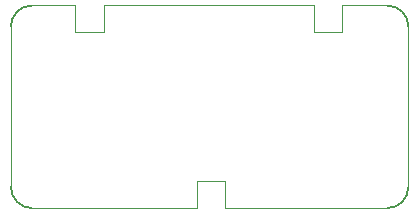
<source format=gm1>
G04 #@! TF.GenerationSoftware,KiCad,Pcbnew,(5.1.10)-1*
G04 #@! TF.CreationDate,2021-10-03T11:45:08+02:00*
G04 #@! TF.ProjectId,PPK2-USB_C-Adapter_v1.0,50504b32-2d55-4534-925f-432d41646170,1.0*
G04 #@! TF.SameCoordinates,Original*
G04 #@! TF.FileFunction,Profile,NP*
%FSLAX46Y46*%
G04 Gerber Fmt 4.6, Leading zero omitted, Abs format (unit mm)*
G04 Created by KiCad (PCBNEW (5.1.10)-1) date 2021-10-03 11:45:08*
%MOMM*%
%LPD*%
G01*
G04 APERTURE LIST*
G04 #@! TA.AperFunction,Profile*
%ADD10C,0.050000*%
G04 #@! TD*
G04 #@! TA.AperFunction,Profile*
%ADD11C,0.150000*%
G04 #@! TD*
G04 APERTURE END LIST*
D10*
X105918000Y-82423000D02*
X105918000Y-96012000D01*
X111379000Y-80645000D02*
X107696000Y-80645000D01*
X111379000Y-82931000D02*
X111379000Y-80645000D01*
X113792000Y-82931000D02*
X111379000Y-82931000D01*
X113792000Y-80645000D02*
X113792000Y-82931000D01*
X131572000Y-80645000D02*
X113792000Y-80645000D01*
X131572000Y-82931000D02*
X131572000Y-80645000D01*
X133985000Y-82931000D02*
X131572000Y-82931000D01*
X133985000Y-80645000D02*
X133985000Y-82931000D01*
X137795000Y-80645000D02*
X133985000Y-80645000D01*
X139573000Y-96012000D02*
X139573000Y-82423000D01*
X124079000Y-97790000D02*
X137795000Y-97790000D01*
X124079000Y-95504000D02*
X124079000Y-97790000D01*
X121666000Y-95504000D02*
X124079000Y-95504000D01*
X121666000Y-97790000D02*
X121666000Y-95504000D01*
X107696000Y-97790000D02*
X121666000Y-97790000D01*
D11*
X107696000Y-97790000D02*
G75*
G02*
X105918000Y-96012000I0J1778000D01*
G01*
X105918000Y-82423000D02*
G75*
G02*
X107696000Y-80645000I1778000J0D01*
G01*
X137795000Y-80645000D02*
G75*
G02*
X139573000Y-82423000I0J-1778000D01*
G01*
X139573000Y-96012000D02*
G75*
G02*
X137795000Y-97790000I-1778000J0D01*
G01*
M02*

</source>
